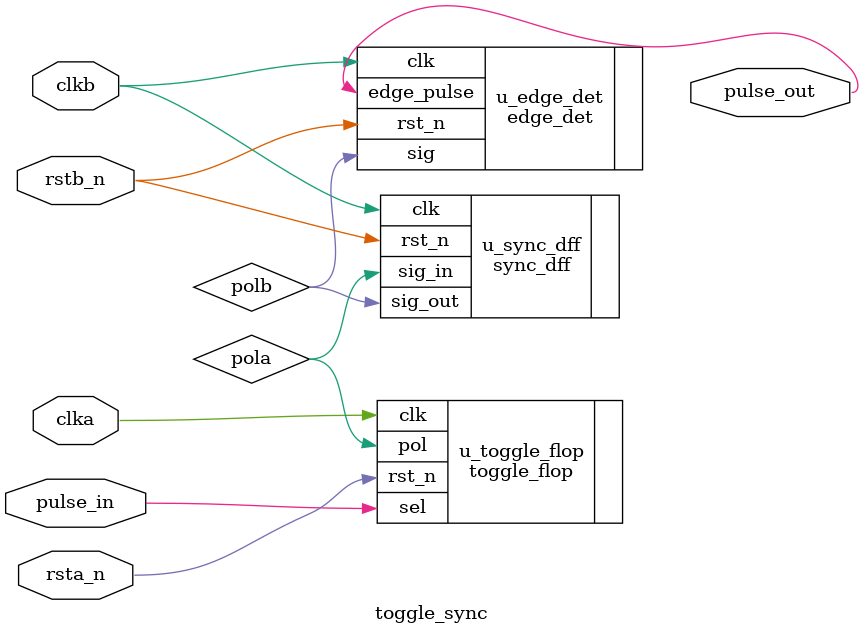
<source format=sv>
module toggle_sync
(
    input logic clka,
    input logic rsta_n,

    input logic clkb,
    input logic rstb_n,

    input logic pulse_in,
    output logic pulse_out
);

// =======================================================================
// Declarations & Parameters

logic pola;
logic plb;

// =======================================================================
// Module Instantiations

toggle_flop u_toggle_flop
(
    .clk( clka ),
    .rst_n( rsta_n ),

    .sel( pulse_in ),
    .pol( pola )
);

sync_dff #( .WIDTH( 1 ) ) u_sync_dff
(
    .clk( clkb ),
    .rst_n( rstb_n ),

    .sig_in( pola ),
    .sig_out( polb )
);

edge_det u_edge_det
(
    .clk( clkb ),
    .rst_n( rstb_n ),

    .sig( polb ),
    .edge_pulse( pulse_out )
);
    
endmodule

</source>
